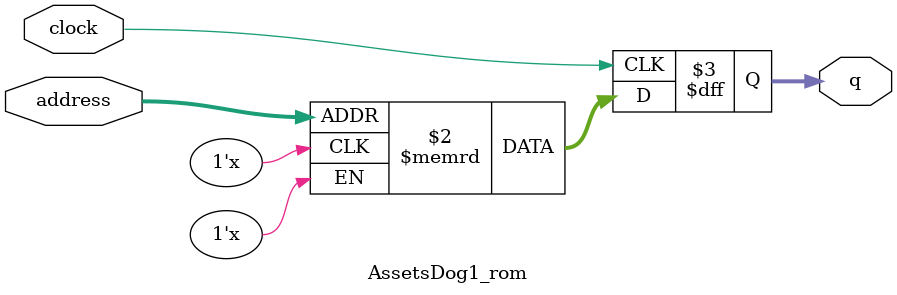
<source format=sv>
module AssetsDog1_rom (
	input logic clock,
	input logic [11:0] address,
	output logic [3:0] q
);

logic [3:0] memory [0:2192] /* synthesis ram_init_file = "./AssetsDog1/AssetsDog1.mif" */;

always_ff @ (posedge clock) begin
	q <= memory[address];
end

endmodule

</source>
